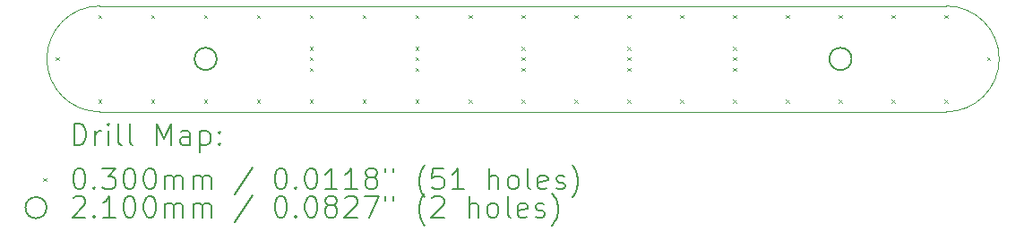
<source format=gbr>
%TF.GenerationSoftware,KiCad,Pcbnew,8.0.6*%
%TF.CreationDate,2025-04-03T21:43:30+02:00*%
%TF.ProjectId,UV-LEDs,55562d4c-4544-4732-9e6b-696361645f70,v1.0*%
%TF.SameCoordinates,Original*%
%TF.FileFunction,Drillmap*%
%TF.FilePolarity,Positive*%
%FSLAX45Y45*%
G04 Gerber Fmt 4.5, Leading zero omitted, Abs format (unit mm)*
G04 Created by KiCad (PCBNEW 8.0.6) date 2025-04-03 21:43:30*
%MOMM*%
%LPD*%
G01*
G04 APERTURE LIST*
%ADD10C,0.050000*%
%ADD11C,0.200000*%
%ADD12C,0.100000*%
%ADD13C,0.210000*%
G04 APERTURE END LIST*
D10*
X10500000Y-9900000D02*
X18500000Y-9900000D01*
X18500000Y-9900000D02*
G75*
G02*
X18500000Y-10900000I0J-500000D01*
G01*
X10500000Y-10900000D02*
G75*
G02*
X10500000Y-9900000I0J500000D01*
G01*
X18500000Y-10900000D02*
X10500000Y-10900000D01*
D11*
D12*
X10085000Y-10385000D02*
X10115000Y-10415000D01*
X10115000Y-10385000D02*
X10085000Y-10415000D01*
X10485000Y-9985000D02*
X10515000Y-10015000D01*
X10515000Y-9985000D02*
X10485000Y-10015000D01*
X10485000Y-10785000D02*
X10515000Y-10815000D01*
X10515000Y-10785000D02*
X10485000Y-10815000D01*
X10985000Y-9985000D02*
X11015000Y-10015000D01*
X11015000Y-9985000D02*
X10985000Y-10015000D01*
X10985000Y-10785000D02*
X11015000Y-10815000D01*
X11015000Y-10785000D02*
X10985000Y-10815000D01*
X11485000Y-9985000D02*
X11515000Y-10015000D01*
X11515000Y-9985000D02*
X11485000Y-10015000D01*
X11485000Y-10785000D02*
X11515000Y-10815000D01*
X11515000Y-10785000D02*
X11485000Y-10815000D01*
X11985000Y-9985000D02*
X12015000Y-10015000D01*
X12015000Y-9985000D02*
X11985000Y-10015000D01*
X11985000Y-10785000D02*
X12015000Y-10815000D01*
X12015000Y-10785000D02*
X11985000Y-10815000D01*
X12485000Y-9985000D02*
X12515000Y-10015000D01*
X12515000Y-9985000D02*
X12485000Y-10015000D01*
X12485000Y-10285000D02*
X12515000Y-10315000D01*
X12515000Y-10285000D02*
X12485000Y-10315000D01*
X12485000Y-10385000D02*
X12515000Y-10415000D01*
X12515000Y-10385000D02*
X12485000Y-10415000D01*
X12485000Y-10485000D02*
X12515000Y-10515000D01*
X12515000Y-10485000D02*
X12485000Y-10515000D01*
X12485000Y-10785000D02*
X12515000Y-10815000D01*
X12515000Y-10785000D02*
X12485000Y-10815000D01*
X12985000Y-9985000D02*
X13015000Y-10015000D01*
X13015000Y-9985000D02*
X12985000Y-10015000D01*
X12985000Y-10785000D02*
X13015000Y-10815000D01*
X13015000Y-10785000D02*
X12985000Y-10815000D01*
X13485000Y-9985000D02*
X13515000Y-10015000D01*
X13515000Y-9985000D02*
X13485000Y-10015000D01*
X13485000Y-10285000D02*
X13515000Y-10315000D01*
X13515000Y-10285000D02*
X13485000Y-10315000D01*
X13485000Y-10385000D02*
X13515000Y-10415000D01*
X13515000Y-10385000D02*
X13485000Y-10415000D01*
X13485000Y-10485000D02*
X13515000Y-10515000D01*
X13515000Y-10485000D02*
X13485000Y-10515000D01*
X13485000Y-10785000D02*
X13515000Y-10815000D01*
X13515000Y-10785000D02*
X13485000Y-10815000D01*
X13985000Y-9985000D02*
X14015000Y-10015000D01*
X14015000Y-9985000D02*
X13985000Y-10015000D01*
X13985000Y-10785000D02*
X14015000Y-10815000D01*
X14015000Y-10785000D02*
X13985000Y-10815000D01*
X14485000Y-9985000D02*
X14515000Y-10015000D01*
X14515000Y-9985000D02*
X14485000Y-10015000D01*
X14485000Y-10285000D02*
X14515000Y-10315000D01*
X14515000Y-10285000D02*
X14485000Y-10315000D01*
X14485000Y-10385000D02*
X14515000Y-10415000D01*
X14515000Y-10385000D02*
X14485000Y-10415000D01*
X14485000Y-10485000D02*
X14515000Y-10515000D01*
X14515000Y-10485000D02*
X14485000Y-10515000D01*
X14485000Y-10785000D02*
X14515000Y-10815000D01*
X14515000Y-10785000D02*
X14485000Y-10815000D01*
X14985000Y-9985000D02*
X15015000Y-10015000D01*
X15015000Y-9985000D02*
X14985000Y-10015000D01*
X14985000Y-10785000D02*
X15015000Y-10815000D01*
X15015000Y-10785000D02*
X14985000Y-10815000D01*
X15485000Y-9985000D02*
X15515000Y-10015000D01*
X15515000Y-9985000D02*
X15485000Y-10015000D01*
X15485000Y-10285000D02*
X15515000Y-10315000D01*
X15515000Y-10285000D02*
X15485000Y-10315000D01*
X15485000Y-10385000D02*
X15515000Y-10415000D01*
X15515000Y-10385000D02*
X15485000Y-10415000D01*
X15485000Y-10485000D02*
X15515000Y-10515000D01*
X15515000Y-10485000D02*
X15485000Y-10515000D01*
X15485000Y-10785000D02*
X15515000Y-10815000D01*
X15515000Y-10785000D02*
X15485000Y-10815000D01*
X15985000Y-9985000D02*
X16015000Y-10015000D01*
X16015000Y-9985000D02*
X15985000Y-10015000D01*
X15985000Y-10785000D02*
X16015000Y-10815000D01*
X16015000Y-10785000D02*
X15985000Y-10815000D01*
X16485000Y-9985000D02*
X16515000Y-10015000D01*
X16515000Y-9985000D02*
X16485000Y-10015000D01*
X16485000Y-10285000D02*
X16515000Y-10315000D01*
X16515000Y-10285000D02*
X16485000Y-10315000D01*
X16485000Y-10385000D02*
X16515000Y-10415000D01*
X16515000Y-10385000D02*
X16485000Y-10415000D01*
X16485000Y-10485000D02*
X16515000Y-10515000D01*
X16515000Y-10485000D02*
X16485000Y-10515000D01*
X16485000Y-10785000D02*
X16515000Y-10815000D01*
X16515000Y-10785000D02*
X16485000Y-10815000D01*
X16985000Y-9985000D02*
X17015000Y-10015000D01*
X17015000Y-9985000D02*
X16985000Y-10015000D01*
X16985000Y-10785000D02*
X17015000Y-10815000D01*
X17015000Y-10785000D02*
X16985000Y-10815000D01*
X17485000Y-9985000D02*
X17515000Y-10015000D01*
X17515000Y-9985000D02*
X17485000Y-10015000D01*
X17485000Y-10785000D02*
X17515000Y-10815000D01*
X17515000Y-10785000D02*
X17485000Y-10815000D01*
X17985000Y-9985000D02*
X18015000Y-10015000D01*
X18015000Y-9985000D02*
X17985000Y-10015000D01*
X17985000Y-10785000D02*
X18015000Y-10815000D01*
X18015000Y-10785000D02*
X17985000Y-10815000D01*
X18485000Y-9985000D02*
X18515000Y-10015000D01*
X18515000Y-9985000D02*
X18485000Y-10015000D01*
X18485000Y-10785000D02*
X18515000Y-10815000D01*
X18515000Y-10785000D02*
X18485000Y-10815000D01*
X18885000Y-10385000D02*
X18915000Y-10415000D01*
X18915000Y-10385000D02*
X18885000Y-10415000D01*
D13*
X11605000Y-10400000D02*
G75*
G02*
X11395000Y-10400000I-105000J0D01*
G01*
X11395000Y-10400000D02*
G75*
G02*
X11605000Y-10400000I105000J0D01*
G01*
X17605000Y-10400000D02*
G75*
G02*
X17395000Y-10400000I-105000J0D01*
G01*
X17395000Y-10400000D02*
G75*
G02*
X17605000Y-10400000I105000J0D01*
G01*
D11*
X10258277Y-11213984D02*
X10258277Y-11013984D01*
X10258277Y-11013984D02*
X10305896Y-11013984D01*
X10305896Y-11013984D02*
X10334467Y-11023508D01*
X10334467Y-11023508D02*
X10353515Y-11042555D01*
X10353515Y-11042555D02*
X10363039Y-11061603D01*
X10363039Y-11061603D02*
X10372563Y-11099698D01*
X10372563Y-11099698D02*
X10372563Y-11128270D01*
X10372563Y-11128270D02*
X10363039Y-11166365D01*
X10363039Y-11166365D02*
X10353515Y-11185412D01*
X10353515Y-11185412D02*
X10334467Y-11204460D01*
X10334467Y-11204460D02*
X10305896Y-11213984D01*
X10305896Y-11213984D02*
X10258277Y-11213984D01*
X10458277Y-11213984D02*
X10458277Y-11080650D01*
X10458277Y-11118746D02*
X10467801Y-11099698D01*
X10467801Y-11099698D02*
X10477324Y-11090174D01*
X10477324Y-11090174D02*
X10496372Y-11080650D01*
X10496372Y-11080650D02*
X10515420Y-11080650D01*
X10582086Y-11213984D02*
X10582086Y-11080650D01*
X10582086Y-11013984D02*
X10572563Y-11023508D01*
X10572563Y-11023508D02*
X10582086Y-11033031D01*
X10582086Y-11033031D02*
X10591610Y-11023508D01*
X10591610Y-11023508D02*
X10582086Y-11013984D01*
X10582086Y-11013984D02*
X10582086Y-11033031D01*
X10705896Y-11213984D02*
X10686848Y-11204460D01*
X10686848Y-11204460D02*
X10677324Y-11185412D01*
X10677324Y-11185412D02*
X10677324Y-11013984D01*
X10810658Y-11213984D02*
X10791610Y-11204460D01*
X10791610Y-11204460D02*
X10782086Y-11185412D01*
X10782086Y-11185412D02*
X10782086Y-11013984D01*
X11039229Y-11213984D02*
X11039229Y-11013984D01*
X11039229Y-11013984D02*
X11105896Y-11156841D01*
X11105896Y-11156841D02*
X11172563Y-11013984D01*
X11172563Y-11013984D02*
X11172563Y-11213984D01*
X11353515Y-11213984D02*
X11353515Y-11109222D01*
X11353515Y-11109222D02*
X11343991Y-11090174D01*
X11343991Y-11090174D02*
X11324943Y-11080650D01*
X11324943Y-11080650D02*
X11286848Y-11080650D01*
X11286848Y-11080650D02*
X11267801Y-11090174D01*
X11353515Y-11204460D02*
X11334467Y-11213984D01*
X11334467Y-11213984D02*
X11286848Y-11213984D01*
X11286848Y-11213984D02*
X11267801Y-11204460D01*
X11267801Y-11204460D02*
X11258277Y-11185412D01*
X11258277Y-11185412D02*
X11258277Y-11166365D01*
X11258277Y-11166365D02*
X11267801Y-11147317D01*
X11267801Y-11147317D02*
X11286848Y-11137793D01*
X11286848Y-11137793D02*
X11334467Y-11137793D01*
X11334467Y-11137793D02*
X11353515Y-11128270D01*
X11448753Y-11080650D02*
X11448753Y-11280650D01*
X11448753Y-11090174D02*
X11467801Y-11080650D01*
X11467801Y-11080650D02*
X11505896Y-11080650D01*
X11505896Y-11080650D02*
X11524943Y-11090174D01*
X11524943Y-11090174D02*
X11534467Y-11099698D01*
X11534467Y-11099698D02*
X11543991Y-11118746D01*
X11543991Y-11118746D02*
X11543991Y-11175889D01*
X11543991Y-11175889D02*
X11534467Y-11194936D01*
X11534467Y-11194936D02*
X11524943Y-11204460D01*
X11524943Y-11204460D02*
X11505896Y-11213984D01*
X11505896Y-11213984D02*
X11467801Y-11213984D01*
X11467801Y-11213984D02*
X11448753Y-11204460D01*
X11629705Y-11194936D02*
X11639229Y-11204460D01*
X11639229Y-11204460D02*
X11629705Y-11213984D01*
X11629705Y-11213984D02*
X11620182Y-11204460D01*
X11620182Y-11204460D02*
X11629705Y-11194936D01*
X11629705Y-11194936D02*
X11629705Y-11213984D01*
X11629705Y-11090174D02*
X11639229Y-11099698D01*
X11639229Y-11099698D02*
X11629705Y-11109222D01*
X11629705Y-11109222D02*
X11620182Y-11099698D01*
X11620182Y-11099698D02*
X11629705Y-11090174D01*
X11629705Y-11090174D02*
X11629705Y-11109222D01*
D12*
X9967500Y-11527500D02*
X9997500Y-11557500D01*
X9997500Y-11527500D02*
X9967500Y-11557500D01*
D11*
X10296372Y-11433984D02*
X10315420Y-11433984D01*
X10315420Y-11433984D02*
X10334467Y-11443508D01*
X10334467Y-11443508D02*
X10343991Y-11453031D01*
X10343991Y-11453031D02*
X10353515Y-11472079D01*
X10353515Y-11472079D02*
X10363039Y-11510174D01*
X10363039Y-11510174D02*
X10363039Y-11557793D01*
X10363039Y-11557793D02*
X10353515Y-11595888D01*
X10353515Y-11595888D02*
X10343991Y-11614936D01*
X10343991Y-11614936D02*
X10334467Y-11624460D01*
X10334467Y-11624460D02*
X10315420Y-11633984D01*
X10315420Y-11633984D02*
X10296372Y-11633984D01*
X10296372Y-11633984D02*
X10277324Y-11624460D01*
X10277324Y-11624460D02*
X10267801Y-11614936D01*
X10267801Y-11614936D02*
X10258277Y-11595888D01*
X10258277Y-11595888D02*
X10248753Y-11557793D01*
X10248753Y-11557793D02*
X10248753Y-11510174D01*
X10248753Y-11510174D02*
X10258277Y-11472079D01*
X10258277Y-11472079D02*
X10267801Y-11453031D01*
X10267801Y-11453031D02*
X10277324Y-11443508D01*
X10277324Y-11443508D02*
X10296372Y-11433984D01*
X10448753Y-11614936D02*
X10458277Y-11624460D01*
X10458277Y-11624460D02*
X10448753Y-11633984D01*
X10448753Y-11633984D02*
X10439229Y-11624460D01*
X10439229Y-11624460D02*
X10448753Y-11614936D01*
X10448753Y-11614936D02*
X10448753Y-11633984D01*
X10524944Y-11433984D02*
X10648753Y-11433984D01*
X10648753Y-11433984D02*
X10582086Y-11510174D01*
X10582086Y-11510174D02*
X10610658Y-11510174D01*
X10610658Y-11510174D02*
X10629705Y-11519698D01*
X10629705Y-11519698D02*
X10639229Y-11529222D01*
X10639229Y-11529222D02*
X10648753Y-11548269D01*
X10648753Y-11548269D02*
X10648753Y-11595888D01*
X10648753Y-11595888D02*
X10639229Y-11614936D01*
X10639229Y-11614936D02*
X10629705Y-11624460D01*
X10629705Y-11624460D02*
X10610658Y-11633984D01*
X10610658Y-11633984D02*
X10553515Y-11633984D01*
X10553515Y-11633984D02*
X10534467Y-11624460D01*
X10534467Y-11624460D02*
X10524944Y-11614936D01*
X10772563Y-11433984D02*
X10791610Y-11433984D01*
X10791610Y-11433984D02*
X10810658Y-11443508D01*
X10810658Y-11443508D02*
X10820182Y-11453031D01*
X10820182Y-11453031D02*
X10829705Y-11472079D01*
X10829705Y-11472079D02*
X10839229Y-11510174D01*
X10839229Y-11510174D02*
X10839229Y-11557793D01*
X10839229Y-11557793D02*
X10829705Y-11595888D01*
X10829705Y-11595888D02*
X10820182Y-11614936D01*
X10820182Y-11614936D02*
X10810658Y-11624460D01*
X10810658Y-11624460D02*
X10791610Y-11633984D01*
X10791610Y-11633984D02*
X10772563Y-11633984D01*
X10772563Y-11633984D02*
X10753515Y-11624460D01*
X10753515Y-11624460D02*
X10743991Y-11614936D01*
X10743991Y-11614936D02*
X10734467Y-11595888D01*
X10734467Y-11595888D02*
X10724944Y-11557793D01*
X10724944Y-11557793D02*
X10724944Y-11510174D01*
X10724944Y-11510174D02*
X10734467Y-11472079D01*
X10734467Y-11472079D02*
X10743991Y-11453031D01*
X10743991Y-11453031D02*
X10753515Y-11443508D01*
X10753515Y-11443508D02*
X10772563Y-11433984D01*
X10963039Y-11433984D02*
X10982086Y-11433984D01*
X10982086Y-11433984D02*
X11001134Y-11443508D01*
X11001134Y-11443508D02*
X11010658Y-11453031D01*
X11010658Y-11453031D02*
X11020182Y-11472079D01*
X11020182Y-11472079D02*
X11029705Y-11510174D01*
X11029705Y-11510174D02*
X11029705Y-11557793D01*
X11029705Y-11557793D02*
X11020182Y-11595888D01*
X11020182Y-11595888D02*
X11010658Y-11614936D01*
X11010658Y-11614936D02*
X11001134Y-11624460D01*
X11001134Y-11624460D02*
X10982086Y-11633984D01*
X10982086Y-11633984D02*
X10963039Y-11633984D01*
X10963039Y-11633984D02*
X10943991Y-11624460D01*
X10943991Y-11624460D02*
X10934467Y-11614936D01*
X10934467Y-11614936D02*
X10924944Y-11595888D01*
X10924944Y-11595888D02*
X10915420Y-11557793D01*
X10915420Y-11557793D02*
X10915420Y-11510174D01*
X10915420Y-11510174D02*
X10924944Y-11472079D01*
X10924944Y-11472079D02*
X10934467Y-11453031D01*
X10934467Y-11453031D02*
X10943991Y-11443508D01*
X10943991Y-11443508D02*
X10963039Y-11433984D01*
X11115420Y-11633984D02*
X11115420Y-11500650D01*
X11115420Y-11519698D02*
X11124944Y-11510174D01*
X11124944Y-11510174D02*
X11143991Y-11500650D01*
X11143991Y-11500650D02*
X11172563Y-11500650D01*
X11172563Y-11500650D02*
X11191610Y-11510174D01*
X11191610Y-11510174D02*
X11201134Y-11529222D01*
X11201134Y-11529222D02*
X11201134Y-11633984D01*
X11201134Y-11529222D02*
X11210658Y-11510174D01*
X11210658Y-11510174D02*
X11229705Y-11500650D01*
X11229705Y-11500650D02*
X11258277Y-11500650D01*
X11258277Y-11500650D02*
X11277324Y-11510174D01*
X11277324Y-11510174D02*
X11286848Y-11529222D01*
X11286848Y-11529222D02*
X11286848Y-11633984D01*
X11382086Y-11633984D02*
X11382086Y-11500650D01*
X11382086Y-11519698D02*
X11391610Y-11510174D01*
X11391610Y-11510174D02*
X11410658Y-11500650D01*
X11410658Y-11500650D02*
X11439229Y-11500650D01*
X11439229Y-11500650D02*
X11458277Y-11510174D01*
X11458277Y-11510174D02*
X11467801Y-11529222D01*
X11467801Y-11529222D02*
X11467801Y-11633984D01*
X11467801Y-11529222D02*
X11477324Y-11510174D01*
X11477324Y-11510174D02*
X11496372Y-11500650D01*
X11496372Y-11500650D02*
X11524943Y-11500650D01*
X11524943Y-11500650D02*
X11543991Y-11510174D01*
X11543991Y-11510174D02*
X11553515Y-11529222D01*
X11553515Y-11529222D02*
X11553515Y-11633984D01*
X11943991Y-11424460D02*
X11772563Y-11681603D01*
X12201134Y-11433984D02*
X12220182Y-11433984D01*
X12220182Y-11433984D02*
X12239229Y-11443508D01*
X12239229Y-11443508D02*
X12248753Y-11453031D01*
X12248753Y-11453031D02*
X12258277Y-11472079D01*
X12258277Y-11472079D02*
X12267801Y-11510174D01*
X12267801Y-11510174D02*
X12267801Y-11557793D01*
X12267801Y-11557793D02*
X12258277Y-11595888D01*
X12258277Y-11595888D02*
X12248753Y-11614936D01*
X12248753Y-11614936D02*
X12239229Y-11624460D01*
X12239229Y-11624460D02*
X12220182Y-11633984D01*
X12220182Y-11633984D02*
X12201134Y-11633984D01*
X12201134Y-11633984D02*
X12182086Y-11624460D01*
X12182086Y-11624460D02*
X12172563Y-11614936D01*
X12172563Y-11614936D02*
X12163039Y-11595888D01*
X12163039Y-11595888D02*
X12153515Y-11557793D01*
X12153515Y-11557793D02*
X12153515Y-11510174D01*
X12153515Y-11510174D02*
X12163039Y-11472079D01*
X12163039Y-11472079D02*
X12172563Y-11453031D01*
X12172563Y-11453031D02*
X12182086Y-11443508D01*
X12182086Y-11443508D02*
X12201134Y-11433984D01*
X12353515Y-11614936D02*
X12363039Y-11624460D01*
X12363039Y-11624460D02*
X12353515Y-11633984D01*
X12353515Y-11633984D02*
X12343991Y-11624460D01*
X12343991Y-11624460D02*
X12353515Y-11614936D01*
X12353515Y-11614936D02*
X12353515Y-11633984D01*
X12486848Y-11433984D02*
X12505896Y-11433984D01*
X12505896Y-11433984D02*
X12524944Y-11443508D01*
X12524944Y-11443508D02*
X12534467Y-11453031D01*
X12534467Y-11453031D02*
X12543991Y-11472079D01*
X12543991Y-11472079D02*
X12553515Y-11510174D01*
X12553515Y-11510174D02*
X12553515Y-11557793D01*
X12553515Y-11557793D02*
X12543991Y-11595888D01*
X12543991Y-11595888D02*
X12534467Y-11614936D01*
X12534467Y-11614936D02*
X12524944Y-11624460D01*
X12524944Y-11624460D02*
X12505896Y-11633984D01*
X12505896Y-11633984D02*
X12486848Y-11633984D01*
X12486848Y-11633984D02*
X12467801Y-11624460D01*
X12467801Y-11624460D02*
X12458277Y-11614936D01*
X12458277Y-11614936D02*
X12448753Y-11595888D01*
X12448753Y-11595888D02*
X12439229Y-11557793D01*
X12439229Y-11557793D02*
X12439229Y-11510174D01*
X12439229Y-11510174D02*
X12448753Y-11472079D01*
X12448753Y-11472079D02*
X12458277Y-11453031D01*
X12458277Y-11453031D02*
X12467801Y-11443508D01*
X12467801Y-11443508D02*
X12486848Y-11433984D01*
X12743991Y-11633984D02*
X12629706Y-11633984D01*
X12686848Y-11633984D02*
X12686848Y-11433984D01*
X12686848Y-11433984D02*
X12667801Y-11462555D01*
X12667801Y-11462555D02*
X12648753Y-11481603D01*
X12648753Y-11481603D02*
X12629706Y-11491127D01*
X12934467Y-11633984D02*
X12820182Y-11633984D01*
X12877325Y-11633984D02*
X12877325Y-11433984D01*
X12877325Y-11433984D02*
X12858277Y-11462555D01*
X12858277Y-11462555D02*
X12839229Y-11481603D01*
X12839229Y-11481603D02*
X12820182Y-11491127D01*
X13048753Y-11519698D02*
X13029706Y-11510174D01*
X13029706Y-11510174D02*
X13020182Y-11500650D01*
X13020182Y-11500650D02*
X13010658Y-11481603D01*
X13010658Y-11481603D02*
X13010658Y-11472079D01*
X13010658Y-11472079D02*
X13020182Y-11453031D01*
X13020182Y-11453031D02*
X13029706Y-11443508D01*
X13029706Y-11443508D02*
X13048753Y-11433984D01*
X13048753Y-11433984D02*
X13086848Y-11433984D01*
X13086848Y-11433984D02*
X13105896Y-11443508D01*
X13105896Y-11443508D02*
X13115420Y-11453031D01*
X13115420Y-11453031D02*
X13124944Y-11472079D01*
X13124944Y-11472079D02*
X13124944Y-11481603D01*
X13124944Y-11481603D02*
X13115420Y-11500650D01*
X13115420Y-11500650D02*
X13105896Y-11510174D01*
X13105896Y-11510174D02*
X13086848Y-11519698D01*
X13086848Y-11519698D02*
X13048753Y-11519698D01*
X13048753Y-11519698D02*
X13029706Y-11529222D01*
X13029706Y-11529222D02*
X13020182Y-11538746D01*
X13020182Y-11538746D02*
X13010658Y-11557793D01*
X13010658Y-11557793D02*
X13010658Y-11595888D01*
X13010658Y-11595888D02*
X13020182Y-11614936D01*
X13020182Y-11614936D02*
X13029706Y-11624460D01*
X13029706Y-11624460D02*
X13048753Y-11633984D01*
X13048753Y-11633984D02*
X13086848Y-11633984D01*
X13086848Y-11633984D02*
X13105896Y-11624460D01*
X13105896Y-11624460D02*
X13115420Y-11614936D01*
X13115420Y-11614936D02*
X13124944Y-11595888D01*
X13124944Y-11595888D02*
X13124944Y-11557793D01*
X13124944Y-11557793D02*
X13115420Y-11538746D01*
X13115420Y-11538746D02*
X13105896Y-11529222D01*
X13105896Y-11529222D02*
X13086848Y-11519698D01*
X13201134Y-11433984D02*
X13201134Y-11472079D01*
X13277325Y-11433984D02*
X13277325Y-11472079D01*
X13572563Y-11710174D02*
X13563039Y-11700650D01*
X13563039Y-11700650D02*
X13543991Y-11672079D01*
X13543991Y-11672079D02*
X13534468Y-11653031D01*
X13534468Y-11653031D02*
X13524944Y-11624460D01*
X13524944Y-11624460D02*
X13515420Y-11576841D01*
X13515420Y-11576841D02*
X13515420Y-11538746D01*
X13515420Y-11538746D02*
X13524944Y-11491127D01*
X13524944Y-11491127D02*
X13534468Y-11462555D01*
X13534468Y-11462555D02*
X13543991Y-11443508D01*
X13543991Y-11443508D02*
X13563039Y-11414936D01*
X13563039Y-11414936D02*
X13572563Y-11405412D01*
X13743991Y-11433984D02*
X13648753Y-11433984D01*
X13648753Y-11433984D02*
X13639229Y-11529222D01*
X13639229Y-11529222D02*
X13648753Y-11519698D01*
X13648753Y-11519698D02*
X13667801Y-11510174D01*
X13667801Y-11510174D02*
X13715420Y-11510174D01*
X13715420Y-11510174D02*
X13734468Y-11519698D01*
X13734468Y-11519698D02*
X13743991Y-11529222D01*
X13743991Y-11529222D02*
X13753515Y-11548269D01*
X13753515Y-11548269D02*
X13753515Y-11595888D01*
X13753515Y-11595888D02*
X13743991Y-11614936D01*
X13743991Y-11614936D02*
X13734468Y-11624460D01*
X13734468Y-11624460D02*
X13715420Y-11633984D01*
X13715420Y-11633984D02*
X13667801Y-11633984D01*
X13667801Y-11633984D02*
X13648753Y-11624460D01*
X13648753Y-11624460D02*
X13639229Y-11614936D01*
X13943991Y-11633984D02*
X13829706Y-11633984D01*
X13886848Y-11633984D02*
X13886848Y-11433984D01*
X13886848Y-11433984D02*
X13867801Y-11462555D01*
X13867801Y-11462555D02*
X13848753Y-11481603D01*
X13848753Y-11481603D02*
X13829706Y-11491127D01*
X14182087Y-11633984D02*
X14182087Y-11433984D01*
X14267801Y-11633984D02*
X14267801Y-11529222D01*
X14267801Y-11529222D02*
X14258277Y-11510174D01*
X14258277Y-11510174D02*
X14239230Y-11500650D01*
X14239230Y-11500650D02*
X14210658Y-11500650D01*
X14210658Y-11500650D02*
X14191610Y-11510174D01*
X14191610Y-11510174D02*
X14182087Y-11519698D01*
X14391610Y-11633984D02*
X14372563Y-11624460D01*
X14372563Y-11624460D02*
X14363039Y-11614936D01*
X14363039Y-11614936D02*
X14353515Y-11595888D01*
X14353515Y-11595888D02*
X14353515Y-11538746D01*
X14353515Y-11538746D02*
X14363039Y-11519698D01*
X14363039Y-11519698D02*
X14372563Y-11510174D01*
X14372563Y-11510174D02*
X14391610Y-11500650D01*
X14391610Y-11500650D02*
X14420182Y-11500650D01*
X14420182Y-11500650D02*
X14439230Y-11510174D01*
X14439230Y-11510174D02*
X14448753Y-11519698D01*
X14448753Y-11519698D02*
X14458277Y-11538746D01*
X14458277Y-11538746D02*
X14458277Y-11595888D01*
X14458277Y-11595888D02*
X14448753Y-11614936D01*
X14448753Y-11614936D02*
X14439230Y-11624460D01*
X14439230Y-11624460D02*
X14420182Y-11633984D01*
X14420182Y-11633984D02*
X14391610Y-11633984D01*
X14572563Y-11633984D02*
X14553515Y-11624460D01*
X14553515Y-11624460D02*
X14543991Y-11605412D01*
X14543991Y-11605412D02*
X14543991Y-11433984D01*
X14724944Y-11624460D02*
X14705896Y-11633984D01*
X14705896Y-11633984D02*
X14667801Y-11633984D01*
X14667801Y-11633984D02*
X14648753Y-11624460D01*
X14648753Y-11624460D02*
X14639230Y-11605412D01*
X14639230Y-11605412D02*
X14639230Y-11529222D01*
X14639230Y-11529222D02*
X14648753Y-11510174D01*
X14648753Y-11510174D02*
X14667801Y-11500650D01*
X14667801Y-11500650D02*
X14705896Y-11500650D01*
X14705896Y-11500650D02*
X14724944Y-11510174D01*
X14724944Y-11510174D02*
X14734468Y-11529222D01*
X14734468Y-11529222D02*
X14734468Y-11548269D01*
X14734468Y-11548269D02*
X14639230Y-11567317D01*
X14810658Y-11624460D02*
X14829706Y-11633984D01*
X14829706Y-11633984D02*
X14867801Y-11633984D01*
X14867801Y-11633984D02*
X14886849Y-11624460D01*
X14886849Y-11624460D02*
X14896372Y-11605412D01*
X14896372Y-11605412D02*
X14896372Y-11595888D01*
X14896372Y-11595888D02*
X14886849Y-11576841D01*
X14886849Y-11576841D02*
X14867801Y-11567317D01*
X14867801Y-11567317D02*
X14839230Y-11567317D01*
X14839230Y-11567317D02*
X14820182Y-11557793D01*
X14820182Y-11557793D02*
X14810658Y-11538746D01*
X14810658Y-11538746D02*
X14810658Y-11529222D01*
X14810658Y-11529222D02*
X14820182Y-11510174D01*
X14820182Y-11510174D02*
X14839230Y-11500650D01*
X14839230Y-11500650D02*
X14867801Y-11500650D01*
X14867801Y-11500650D02*
X14886849Y-11510174D01*
X14963039Y-11710174D02*
X14972563Y-11700650D01*
X14972563Y-11700650D02*
X14991611Y-11672079D01*
X14991611Y-11672079D02*
X15001134Y-11653031D01*
X15001134Y-11653031D02*
X15010658Y-11624460D01*
X15010658Y-11624460D02*
X15020182Y-11576841D01*
X15020182Y-11576841D02*
X15020182Y-11538746D01*
X15020182Y-11538746D02*
X15010658Y-11491127D01*
X15010658Y-11491127D02*
X15001134Y-11462555D01*
X15001134Y-11462555D02*
X14991611Y-11443508D01*
X14991611Y-11443508D02*
X14972563Y-11414936D01*
X14972563Y-11414936D02*
X14963039Y-11405412D01*
X9997500Y-11806500D02*
G75*
G02*
X9797500Y-11806500I-100000J0D01*
G01*
X9797500Y-11806500D02*
G75*
G02*
X9997500Y-11806500I100000J0D01*
G01*
X10248753Y-11717031D02*
X10258277Y-11707508D01*
X10258277Y-11707508D02*
X10277324Y-11697984D01*
X10277324Y-11697984D02*
X10324944Y-11697984D01*
X10324944Y-11697984D02*
X10343991Y-11707508D01*
X10343991Y-11707508D02*
X10353515Y-11717031D01*
X10353515Y-11717031D02*
X10363039Y-11736079D01*
X10363039Y-11736079D02*
X10363039Y-11755127D01*
X10363039Y-11755127D02*
X10353515Y-11783698D01*
X10353515Y-11783698D02*
X10239229Y-11897984D01*
X10239229Y-11897984D02*
X10363039Y-11897984D01*
X10448753Y-11878936D02*
X10458277Y-11888460D01*
X10458277Y-11888460D02*
X10448753Y-11897984D01*
X10448753Y-11897984D02*
X10439229Y-11888460D01*
X10439229Y-11888460D02*
X10448753Y-11878936D01*
X10448753Y-11878936D02*
X10448753Y-11897984D01*
X10648753Y-11897984D02*
X10534467Y-11897984D01*
X10591610Y-11897984D02*
X10591610Y-11697984D01*
X10591610Y-11697984D02*
X10572563Y-11726555D01*
X10572563Y-11726555D02*
X10553515Y-11745603D01*
X10553515Y-11745603D02*
X10534467Y-11755127D01*
X10772563Y-11697984D02*
X10791610Y-11697984D01*
X10791610Y-11697984D02*
X10810658Y-11707508D01*
X10810658Y-11707508D02*
X10820182Y-11717031D01*
X10820182Y-11717031D02*
X10829705Y-11736079D01*
X10829705Y-11736079D02*
X10839229Y-11774174D01*
X10839229Y-11774174D02*
X10839229Y-11821793D01*
X10839229Y-11821793D02*
X10829705Y-11859888D01*
X10829705Y-11859888D02*
X10820182Y-11878936D01*
X10820182Y-11878936D02*
X10810658Y-11888460D01*
X10810658Y-11888460D02*
X10791610Y-11897984D01*
X10791610Y-11897984D02*
X10772563Y-11897984D01*
X10772563Y-11897984D02*
X10753515Y-11888460D01*
X10753515Y-11888460D02*
X10743991Y-11878936D01*
X10743991Y-11878936D02*
X10734467Y-11859888D01*
X10734467Y-11859888D02*
X10724944Y-11821793D01*
X10724944Y-11821793D02*
X10724944Y-11774174D01*
X10724944Y-11774174D02*
X10734467Y-11736079D01*
X10734467Y-11736079D02*
X10743991Y-11717031D01*
X10743991Y-11717031D02*
X10753515Y-11707508D01*
X10753515Y-11707508D02*
X10772563Y-11697984D01*
X10963039Y-11697984D02*
X10982086Y-11697984D01*
X10982086Y-11697984D02*
X11001134Y-11707508D01*
X11001134Y-11707508D02*
X11010658Y-11717031D01*
X11010658Y-11717031D02*
X11020182Y-11736079D01*
X11020182Y-11736079D02*
X11029705Y-11774174D01*
X11029705Y-11774174D02*
X11029705Y-11821793D01*
X11029705Y-11821793D02*
X11020182Y-11859888D01*
X11020182Y-11859888D02*
X11010658Y-11878936D01*
X11010658Y-11878936D02*
X11001134Y-11888460D01*
X11001134Y-11888460D02*
X10982086Y-11897984D01*
X10982086Y-11897984D02*
X10963039Y-11897984D01*
X10963039Y-11897984D02*
X10943991Y-11888460D01*
X10943991Y-11888460D02*
X10934467Y-11878936D01*
X10934467Y-11878936D02*
X10924944Y-11859888D01*
X10924944Y-11859888D02*
X10915420Y-11821793D01*
X10915420Y-11821793D02*
X10915420Y-11774174D01*
X10915420Y-11774174D02*
X10924944Y-11736079D01*
X10924944Y-11736079D02*
X10934467Y-11717031D01*
X10934467Y-11717031D02*
X10943991Y-11707508D01*
X10943991Y-11707508D02*
X10963039Y-11697984D01*
X11115420Y-11897984D02*
X11115420Y-11764650D01*
X11115420Y-11783698D02*
X11124944Y-11774174D01*
X11124944Y-11774174D02*
X11143991Y-11764650D01*
X11143991Y-11764650D02*
X11172563Y-11764650D01*
X11172563Y-11764650D02*
X11191610Y-11774174D01*
X11191610Y-11774174D02*
X11201134Y-11793222D01*
X11201134Y-11793222D02*
X11201134Y-11897984D01*
X11201134Y-11793222D02*
X11210658Y-11774174D01*
X11210658Y-11774174D02*
X11229705Y-11764650D01*
X11229705Y-11764650D02*
X11258277Y-11764650D01*
X11258277Y-11764650D02*
X11277324Y-11774174D01*
X11277324Y-11774174D02*
X11286848Y-11793222D01*
X11286848Y-11793222D02*
X11286848Y-11897984D01*
X11382086Y-11897984D02*
X11382086Y-11764650D01*
X11382086Y-11783698D02*
X11391610Y-11774174D01*
X11391610Y-11774174D02*
X11410658Y-11764650D01*
X11410658Y-11764650D02*
X11439229Y-11764650D01*
X11439229Y-11764650D02*
X11458277Y-11774174D01*
X11458277Y-11774174D02*
X11467801Y-11793222D01*
X11467801Y-11793222D02*
X11467801Y-11897984D01*
X11467801Y-11793222D02*
X11477324Y-11774174D01*
X11477324Y-11774174D02*
X11496372Y-11764650D01*
X11496372Y-11764650D02*
X11524943Y-11764650D01*
X11524943Y-11764650D02*
X11543991Y-11774174D01*
X11543991Y-11774174D02*
X11553515Y-11793222D01*
X11553515Y-11793222D02*
X11553515Y-11897984D01*
X11943991Y-11688460D02*
X11772563Y-11945603D01*
X12201134Y-11697984D02*
X12220182Y-11697984D01*
X12220182Y-11697984D02*
X12239229Y-11707508D01*
X12239229Y-11707508D02*
X12248753Y-11717031D01*
X12248753Y-11717031D02*
X12258277Y-11736079D01*
X12258277Y-11736079D02*
X12267801Y-11774174D01*
X12267801Y-11774174D02*
X12267801Y-11821793D01*
X12267801Y-11821793D02*
X12258277Y-11859888D01*
X12258277Y-11859888D02*
X12248753Y-11878936D01*
X12248753Y-11878936D02*
X12239229Y-11888460D01*
X12239229Y-11888460D02*
X12220182Y-11897984D01*
X12220182Y-11897984D02*
X12201134Y-11897984D01*
X12201134Y-11897984D02*
X12182086Y-11888460D01*
X12182086Y-11888460D02*
X12172563Y-11878936D01*
X12172563Y-11878936D02*
X12163039Y-11859888D01*
X12163039Y-11859888D02*
X12153515Y-11821793D01*
X12153515Y-11821793D02*
X12153515Y-11774174D01*
X12153515Y-11774174D02*
X12163039Y-11736079D01*
X12163039Y-11736079D02*
X12172563Y-11717031D01*
X12172563Y-11717031D02*
X12182086Y-11707508D01*
X12182086Y-11707508D02*
X12201134Y-11697984D01*
X12353515Y-11878936D02*
X12363039Y-11888460D01*
X12363039Y-11888460D02*
X12353515Y-11897984D01*
X12353515Y-11897984D02*
X12343991Y-11888460D01*
X12343991Y-11888460D02*
X12353515Y-11878936D01*
X12353515Y-11878936D02*
X12353515Y-11897984D01*
X12486848Y-11697984D02*
X12505896Y-11697984D01*
X12505896Y-11697984D02*
X12524944Y-11707508D01*
X12524944Y-11707508D02*
X12534467Y-11717031D01*
X12534467Y-11717031D02*
X12543991Y-11736079D01*
X12543991Y-11736079D02*
X12553515Y-11774174D01*
X12553515Y-11774174D02*
X12553515Y-11821793D01*
X12553515Y-11821793D02*
X12543991Y-11859888D01*
X12543991Y-11859888D02*
X12534467Y-11878936D01*
X12534467Y-11878936D02*
X12524944Y-11888460D01*
X12524944Y-11888460D02*
X12505896Y-11897984D01*
X12505896Y-11897984D02*
X12486848Y-11897984D01*
X12486848Y-11897984D02*
X12467801Y-11888460D01*
X12467801Y-11888460D02*
X12458277Y-11878936D01*
X12458277Y-11878936D02*
X12448753Y-11859888D01*
X12448753Y-11859888D02*
X12439229Y-11821793D01*
X12439229Y-11821793D02*
X12439229Y-11774174D01*
X12439229Y-11774174D02*
X12448753Y-11736079D01*
X12448753Y-11736079D02*
X12458277Y-11717031D01*
X12458277Y-11717031D02*
X12467801Y-11707508D01*
X12467801Y-11707508D02*
X12486848Y-11697984D01*
X12667801Y-11783698D02*
X12648753Y-11774174D01*
X12648753Y-11774174D02*
X12639229Y-11764650D01*
X12639229Y-11764650D02*
X12629706Y-11745603D01*
X12629706Y-11745603D02*
X12629706Y-11736079D01*
X12629706Y-11736079D02*
X12639229Y-11717031D01*
X12639229Y-11717031D02*
X12648753Y-11707508D01*
X12648753Y-11707508D02*
X12667801Y-11697984D01*
X12667801Y-11697984D02*
X12705896Y-11697984D01*
X12705896Y-11697984D02*
X12724944Y-11707508D01*
X12724944Y-11707508D02*
X12734467Y-11717031D01*
X12734467Y-11717031D02*
X12743991Y-11736079D01*
X12743991Y-11736079D02*
X12743991Y-11745603D01*
X12743991Y-11745603D02*
X12734467Y-11764650D01*
X12734467Y-11764650D02*
X12724944Y-11774174D01*
X12724944Y-11774174D02*
X12705896Y-11783698D01*
X12705896Y-11783698D02*
X12667801Y-11783698D01*
X12667801Y-11783698D02*
X12648753Y-11793222D01*
X12648753Y-11793222D02*
X12639229Y-11802746D01*
X12639229Y-11802746D02*
X12629706Y-11821793D01*
X12629706Y-11821793D02*
X12629706Y-11859888D01*
X12629706Y-11859888D02*
X12639229Y-11878936D01*
X12639229Y-11878936D02*
X12648753Y-11888460D01*
X12648753Y-11888460D02*
X12667801Y-11897984D01*
X12667801Y-11897984D02*
X12705896Y-11897984D01*
X12705896Y-11897984D02*
X12724944Y-11888460D01*
X12724944Y-11888460D02*
X12734467Y-11878936D01*
X12734467Y-11878936D02*
X12743991Y-11859888D01*
X12743991Y-11859888D02*
X12743991Y-11821793D01*
X12743991Y-11821793D02*
X12734467Y-11802746D01*
X12734467Y-11802746D02*
X12724944Y-11793222D01*
X12724944Y-11793222D02*
X12705896Y-11783698D01*
X12820182Y-11717031D02*
X12829706Y-11707508D01*
X12829706Y-11707508D02*
X12848753Y-11697984D01*
X12848753Y-11697984D02*
X12896372Y-11697984D01*
X12896372Y-11697984D02*
X12915420Y-11707508D01*
X12915420Y-11707508D02*
X12924944Y-11717031D01*
X12924944Y-11717031D02*
X12934467Y-11736079D01*
X12934467Y-11736079D02*
X12934467Y-11755127D01*
X12934467Y-11755127D02*
X12924944Y-11783698D01*
X12924944Y-11783698D02*
X12810658Y-11897984D01*
X12810658Y-11897984D02*
X12934467Y-11897984D01*
X13001134Y-11697984D02*
X13134467Y-11697984D01*
X13134467Y-11697984D02*
X13048753Y-11897984D01*
X13201134Y-11697984D02*
X13201134Y-11736079D01*
X13277325Y-11697984D02*
X13277325Y-11736079D01*
X13572563Y-11974174D02*
X13563039Y-11964650D01*
X13563039Y-11964650D02*
X13543991Y-11936079D01*
X13543991Y-11936079D02*
X13534468Y-11917031D01*
X13534468Y-11917031D02*
X13524944Y-11888460D01*
X13524944Y-11888460D02*
X13515420Y-11840841D01*
X13515420Y-11840841D02*
X13515420Y-11802746D01*
X13515420Y-11802746D02*
X13524944Y-11755127D01*
X13524944Y-11755127D02*
X13534468Y-11726555D01*
X13534468Y-11726555D02*
X13543991Y-11707508D01*
X13543991Y-11707508D02*
X13563039Y-11678936D01*
X13563039Y-11678936D02*
X13572563Y-11669412D01*
X13639229Y-11717031D02*
X13648753Y-11707508D01*
X13648753Y-11707508D02*
X13667801Y-11697984D01*
X13667801Y-11697984D02*
X13715420Y-11697984D01*
X13715420Y-11697984D02*
X13734468Y-11707508D01*
X13734468Y-11707508D02*
X13743991Y-11717031D01*
X13743991Y-11717031D02*
X13753515Y-11736079D01*
X13753515Y-11736079D02*
X13753515Y-11755127D01*
X13753515Y-11755127D02*
X13743991Y-11783698D01*
X13743991Y-11783698D02*
X13629706Y-11897984D01*
X13629706Y-11897984D02*
X13753515Y-11897984D01*
X13991610Y-11897984D02*
X13991610Y-11697984D01*
X14077325Y-11897984D02*
X14077325Y-11793222D01*
X14077325Y-11793222D02*
X14067801Y-11774174D01*
X14067801Y-11774174D02*
X14048753Y-11764650D01*
X14048753Y-11764650D02*
X14020182Y-11764650D01*
X14020182Y-11764650D02*
X14001134Y-11774174D01*
X14001134Y-11774174D02*
X13991610Y-11783698D01*
X14201134Y-11897984D02*
X14182087Y-11888460D01*
X14182087Y-11888460D02*
X14172563Y-11878936D01*
X14172563Y-11878936D02*
X14163039Y-11859888D01*
X14163039Y-11859888D02*
X14163039Y-11802746D01*
X14163039Y-11802746D02*
X14172563Y-11783698D01*
X14172563Y-11783698D02*
X14182087Y-11774174D01*
X14182087Y-11774174D02*
X14201134Y-11764650D01*
X14201134Y-11764650D02*
X14229706Y-11764650D01*
X14229706Y-11764650D02*
X14248753Y-11774174D01*
X14248753Y-11774174D02*
X14258277Y-11783698D01*
X14258277Y-11783698D02*
X14267801Y-11802746D01*
X14267801Y-11802746D02*
X14267801Y-11859888D01*
X14267801Y-11859888D02*
X14258277Y-11878936D01*
X14258277Y-11878936D02*
X14248753Y-11888460D01*
X14248753Y-11888460D02*
X14229706Y-11897984D01*
X14229706Y-11897984D02*
X14201134Y-11897984D01*
X14382087Y-11897984D02*
X14363039Y-11888460D01*
X14363039Y-11888460D02*
X14353515Y-11869412D01*
X14353515Y-11869412D02*
X14353515Y-11697984D01*
X14534468Y-11888460D02*
X14515420Y-11897984D01*
X14515420Y-11897984D02*
X14477325Y-11897984D01*
X14477325Y-11897984D02*
X14458277Y-11888460D01*
X14458277Y-11888460D02*
X14448753Y-11869412D01*
X14448753Y-11869412D02*
X14448753Y-11793222D01*
X14448753Y-11793222D02*
X14458277Y-11774174D01*
X14458277Y-11774174D02*
X14477325Y-11764650D01*
X14477325Y-11764650D02*
X14515420Y-11764650D01*
X14515420Y-11764650D02*
X14534468Y-11774174D01*
X14534468Y-11774174D02*
X14543991Y-11793222D01*
X14543991Y-11793222D02*
X14543991Y-11812269D01*
X14543991Y-11812269D02*
X14448753Y-11831317D01*
X14620182Y-11888460D02*
X14639230Y-11897984D01*
X14639230Y-11897984D02*
X14677325Y-11897984D01*
X14677325Y-11897984D02*
X14696372Y-11888460D01*
X14696372Y-11888460D02*
X14705896Y-11869412D01*
X14705896Y-11869412D02*
X14705896Y-11859888D01*
X14705896Y-11859888D02*
X14696372Y-11840841D01*
X14696372Y-11840841D02*
X14677325Y-11831317D01*
X14677325Y-11831317D02*
X14648753Y-11831317D01*
X14648753Y-11831317D02*
X14629706Y-11821793D01*
X14629706Y-11821793D02*
X14620182Y-11802746D01*
X14620182Y-11802746D02*
X14620182Y-11793222D01*
X14620182Y-11793222D02*
X14629706Y-11774174D01*
X14629706Y-11774174D02*
X14648753Y-11764650D01*
X14648753Y-11764650D02*
X14677325Y-11764650D01*
X14677325Y-11764650D02*
X14696372Y-11774174D01*
X14772563Y-11974174D02*
X14782087Y-11964650D01*
X14782087Y-11964650D02*
X14801134Y-11936079D01*
X14801134Y-11936079D02*
X14810658Y-11917031D01*
X14810658Y-11917031D02*
X14820182Y-11888460D01*
X14820182Y-11888460D02*
X14829706Y-11840841D01*
X14829706Y-11840841D02*
X14829706Y-11802746D01*
X14829706Y-11802746D02*
X14820182Y-11755127D01*
X14820182Y-11755127D02*
X14810658Y-11726555D01*
X14810658Y-11726555D02*
X14801134Y-11707508D01*
X14801134Y-11707508D02*
X14782087Y-11678936D01*
X14782087Y-11678936D02*
X14772563Y-11669412D01*
M02*

</source>
